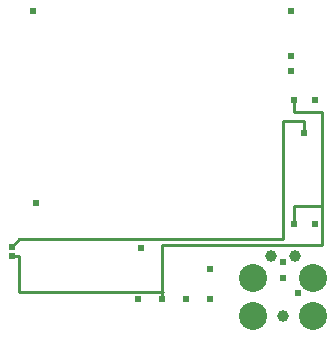
<source format=gbl>
G04 Layer: BottomLayer*
G04 EasyEDA v6.5.9, 2022-07-29 16:18:05*
G04 6a4c66b5a8f34d0fa7dc8df532b4a6e8,9fc4434aafee4760887af2be40c81ba0,10*
G04 Gerber Generator version 0.2*
G04 Scale: 100 percent, Rotated: No, Reflected: No *
G04 Dimensions in millimeters *
G04 leading zeros omitted , absolute positions ,4 integer and 5 decimal *
%FSLAX45Y45*%
%MOMM*%

%ADD10C,0.2540*%
%ADD11C,2.3749*%
%ADD12C,0.9906*%
%ADD13C,0.6096*%

%LPD*%
D10*
X2616200Y2425700D02*
G01*
X2616200Y2578100D01*
X2857500Y2578100D01*
X1498600Y1790700D02*
G01*
X1498600Y2247900D01*
X2857500Y2247900D01*
X2857500Y3378200D01*
X2616200Y3378200D01*
X2616200Y3479800D01*
X1511300Y1851660D02*
G01*
X292100Y1854200D01*
X292100Y2159000D01*
X228600Y2159000D01*
X228600Y2235200D02*
G01*
X292100Y2298700D01*
X2527300Y2298700D01*
X2527300Y3302000D01*
X2705100Y3302000D01*
X2705100Y3200400D01*
D11*
G01*
X2781300Y1651000D03*
G01*
X2273300Y1651000D03*
G01*
X2273300Y1968500D03*
G01*
X2781300Y1968500D03*
D12*
G01*
X2425700Y2159000D03*
G01*
X2628900Y2159000D03*
G01*
X2527300Y1651000D03*
D13*
G01*
X1320800Y2222500D03*
G01*
X2527300Y1968500D03*
G01*
X2590800Y3721100D03*
G01*
X2794000Y3479800D03*
G01*
X2616200Y3479800D03*
G01*
X2705100Y3200400D03*
G01*
X2616200Y2425700D03*
G01*
X2794000Y2425700D03*
G01*
X406400Y4229100D03*
G01*
X2590800Y4229100D03*
G01*
X228600Y2159000D03*
G01*
X228600Y2235200D03*
G01*
X1498600Y1790700D03*
G01*
X1701800Y1790700D03*
G01*
X1905000Y1790700D03*
G01*
X2527300Y2108200D03*
G01*
X1295400Y1790700D03*
G01*
X1905000Y2044700D03*
G01*
X2654300Y1841500D03*
G01*
X2590800Y3848100D03*
G01*
X431800Y2603500D03*
M02*

</source>
